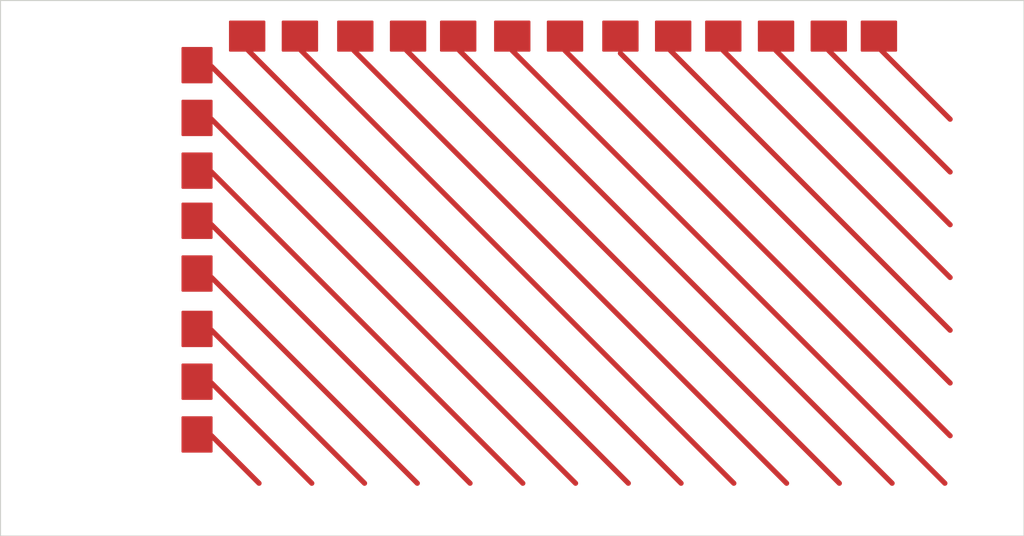
<source format=kicad_pcb>
(kicad_pcb (version 20171130) (host pcbnew "(5.1.6)-1")

  (general
    (thickness 1.6)
    (drawings 25)
    (tracks 21)
    (zones 0)
    (modules 0)
    (nets 1)
  )

  (page A4)
  (layers
    (0 F.Cu signal)
    (31 B.Cu signal)
    (32 B.Adhes user)
    (33 F.Adhes user)
    (34 B.Paste user)
    (35 F.Paste user)
    (36 B.SilkS user)
    (37 F.SilkS user)
    (38 B.Mask user)
    (39 F.Mask user)
    (40 Dwgs.User user)
    (41 Cmts.User user)
    (42 Eco1.User user)
    (43 Eco2.User user)
    (44 Edge.Cuts user)
    (45 Margin user)
    (46 B.CrtYd user)
    (47 F.CrtYd user)
    (48 B.Fab user)
    (49 F.Fab user)
  )

  (setup
    (last_trace_width 0.25)
    (trace_clearance 0.2)
    (zone_clearance 0.508)
    (zone_45_only no)
    (trace_min 0.2)
    (via_size 0.8)
    (via_drill 0.4)
    (via_min_size 0.4)
    (via_min_drill 0.3)
    (uvia_size 0.3)
    (uvia_drill 0.1)
    (uvias_allowed no)
    (uvia_min_size 0.2)
    (uvia_min_drill 0.1)
    (edge_width 0.05)
    (segment_width 0.2)
    (pcb_text_width 0.3)
    (pcb_text_size 1.5 1.5)
    (mod_edge_width 0.12)
    (mod_text_size 1 1)
    (mod_text_width 0.15)
    (pad_size 1.524 1.524)
    (pad_drill 0.762)
    (pad_to_mask_clearance 0.05)
    (aux_axis_origin 0 0)
    (visible_elements 7FFFFFFF)
    (pcbplotparams
      (layerselection 0x010fc_ffffffff)
      (usegerberextensions false)
      (usegerberattributes true)
      (usegerberadvancedattributes true)
      (creategerberjobfile true)
      (excludeedgelayer true)
      (linewidth 0.100000)
      (plotframeref false)
      (viasonmask false)
      (mode 1)
      (useauxorigin false)
      (hpglpennumber 1)
      (hpglpenspeed 20)
      (hpglpendiameter 15.000000)
      (psnegative false)
      (psa4output false)
      (plotreference true)
      (plotvalue true)
      (plotinvisibletext false)
      (padsonsilk false)
      (subtractmaskfromsilk false)
      (outputformat 1)
      (mirror false)
      (drillshape 0)
      (scaleselection 1)
      (outputdirectory "gerber/"))
  )

  (net 0 "")

  (net_class Default "This is the default net class."
    (clearance 0.2)
    (trace_width 0.25)
    (via_dia 0.8)
    (via_drill 0.4)
    (uvia_dia 0.3)
    (uvia_drill 0.1)
  )

  (gr_poly (pts (xy 114.3 73.914) (xy 114.3 75.565) (xy 112.903 75.565) (xy 112.903 73.914)) (layer F.Cu) (width 0.1) (tstamp 62815686))
  (gr_poly (pts (xy 114.3 89.154) (xy 114.3 90.805) (xy 112.903 90.805) (xy 112.903 89.154)) (layer F.Cu) (width 0.1) (tstamp 62815686))
  (gr_poly (pts (xy 147.2565 71.501) (xy 145.6055 71.501) (xy 145.6055 70.104) (xy 147.2565 70.104)) (layer F.Cu) (width 0.1) (tstamp 62815661))
  (gr_poly (pts (xy 142.3035 71.501) (xy 140.6525 71.501) (xy 140.6525 70.104) (xy 142.3035 70.104)) (layer F.Cu) (width 0.1) (tstamp 62815660))
  (gr_poly (pts (xy 144.8435 71.501) (xy 143.1925 71.501) (xy 143.1925 70.104) (xy 144.8435 70.104)) (layer F.Cu) (width 0.1) (tstamp 6281565F))
  (gr_poly (pts (xy 114.3 76.454) (xy 114.3 78.105) (xy 112.903 78.105) (xy 112.903 76.454)) (layer F.Cu) (width 0.1) (tstamp 62815639))
  (gr_poly (pts (xy 114.3 81.407) (xy 114.3 83.058) (xy 112.903 83.058) (xy 112.903 81.407)) (layer F.Cu) (width 0.1) (tstamp 62815638))
  (gr_poly (pts (xy 114.3 86.614) (xy 114.3 88.265) (xy 112.903 88.265) (xy 112.903 86.614)) (layer F.Cu) (width 0.1) (tstamp 62815637))
  (gr_poly (pts (xy 114.3 84.074) (xy 114.3 85.725) (xy 112.903 85.725) (xy 112.903 84.074)) (layer F.Cu) (width 0.1) (tstamp 62815636))
  (gr_poly (pts (xy 114.3 78.867) (xy 114.3 80.518) (xy 112.903 80.518) (xy 112.903 78.867)) (layer F.Cu) (width 0.1) (tstamp 62815635))
  (gr_poly (pts (xy 139.7635 71.501) (xy 138.1125 71.501) (xy 138.1125 70.104) (xy 139.7635 70.104)) (layer F.Cu) (width 0.1) (tstamp 62815639))
  (gr_poly (pts (xy 134.8105 71.501) (xy 133.1595 71.501) (xy 133.1595 70.104) (xy 134.8105 70.104)) (layer F.Cu) (width 0.1) (tstamp 62815638))
  (gr_poly (pts (xy 129.6035 71.501) (xy 127.9525 71.501) (xy 127.9525 70.104) (xy 129.6035 70.104)) (layer F.Cu) (width 0.1) (tstamp 62815637))
  (gr_poly (pts (xy 132.1435 71.501) (xy 130.4925 71.501) (xy 130.4925 70.104) (xy 132.1435 70.104)) (layer F.Cu) (width 0.1) (tstamp 62815636))
  (gr_poly (pts (xy 137.3505 71.501) (xy 135.6995 71.501) (xy 135.6995 70.104) (xy 137.3505 70.104)) (layer F.Cu) (width 0.1) (tstamp 62815635))
  (gr_poly (pts (xy 127 71.501) (xy 125.349 71.501) (xy 125.349 70.104) (xy 127 70.104)) (layer F.Cu) (width 0.1) (tstamp 628155DA))
  (gr_poly (pts (xy 124.587 71.501) (xy 122.936 71.501) (xy 122.936 70.104) (xy 124.587 70.104)) (layer F.Cu) (width 0.1) (tstamp 628155DA))
  (gr_poly (pts (xy 122.047 71.501) (xy 120.396 71.501) (xy 120.396 70.104) (xy 122.047 70.104)) (layer F.Cu) (width 0.1) (tstamp 628155DA))
  (gr_poly (pts (xy 119.38 71.501) (xy 117.729 71.501) (xy 117.729 70.104) (xy 119.38 70.104)) (layer F.Cu) (width 0.1) (tstamp 628155DA))
  (gr_poly (pts (xy 116.84 71.501) (xy 115.189 71.501) (xy 115.189 70.104) (xy 116.84 70.104)) (layer F.Cu) (width 0.1) (tstamp 628155DA))
  (gr_poly (pts (xy 114.3 71.374) (xy 114.3 73.025) (xy 112.903 73.025) (xy 112.903 71.374)) (layer F.Cu) (width 0.1))
  (gr_line (start 153.416 69.088) (end 104.14 69.088) (layer Edge.Cuts) (width 0.05) (tstamp 62811ECE))
  (gr_line (start 153.416 94.869) (end 153.416 69.088) (layer Edge.Cuts) (width 0.05))
  (gr_line (start 104.14 94.869) (end 153.416 94.869) (layer Edge.Cuts) (width 0.05))
  (gr_line (start 104.14 69.088) (end 104.14 94.869) (layer Edge.Cuts) (width 0.05))

  (segment (start 114.3 87.503) (end 119.126 92.329) (width 0.25) (layer F.Cu) (net 0) (tstamp 6281883F))
  (segment (start 116.586 92.329) (end 114.3 90.043) (width 0.25) (layer F.Cu) (net 0) (tstamp 62818840))
  (segment (start 136.398 71.501) (end 149.86 84.963) (width 0.25) (layer F.Cu) (net 0) (tstamp 62818841))
  (segment (start 128.778 71.501) (end 149.606 92.329) (width 0.25) (layer F.Cu) (net 0) (tstamp 62818842))
  (segment (start 121.666 92.329) (end 114.3 84.963) (width 0.25) (layer F.Cu) (net 0) (tstamp 62818843))
  (segment (start 149.86 82.423) (end 138.938 71.501) (width 0.25) (layer F.Cu) (net 0) (tstamp 62818844))
  (segment (start 131.318 71.501) (end 149.86 90.043) (width 0.25) (layer F.Cu) (net 0) (tstamp 62818845))
  (segment (start 131.826 92.329) (end 114.3 74.803) (width 0.25) (layer F.Cu) (net 0) (tstamp 62818846))
  (segment (start 146.558 71.501) (end 149.86 74.803) (width 0.25) (layer F.Cu) (net 0) (tstamp 62818847))
  (segment (start 141.986 92.329) (end 121.158 71.501) (width 0.25) (layer F.Cu) (net 0) (tstamp 62818848))
  (segment (start 123.698 71.501) (end 144.526 92.329) (width 0.25) (layer F.Cu) (net 0) (tstamp 62818849))
  (segment (start 116.078 71.501) (end 136.906 92.329) (width 0.25) (layer F.Cu) (net 0) (tstamp 6281884A))
  (segment (start 129.286 92.329) (end 114.3 77.343) (width 0.25) (layer F.Cu) (net 0) (tstamp 6281884B))
  (segment (start 149.86 79.883) (end 141.478 71.501) (width 0.25) (layer F.Cu) (net 0) (tstamp 6281884C))
  (segment (start 133.985 71.628) (end 149.86 87.503) (width 0.25) (layer F.Cu) (net 0) (tstamp 6281884D))
  (segment (start 124.206 92.329) (end 114.3 82.423) (width 0.25) (layer F.Cu) (net 0) (tstamp 6281884E))
  (segment (start 134.366 92.329) (end 114.3 72.263) (width 0.25) (layer F.Cu) (net 0) (tstamp 6281884F))
  (segment (start 118.618 71.501) (end 139.446 92.329) (width 0.25) (layer F.Cu) (net 0) (tstamp 62818850))
  (segment (start 147.066 92.329) (end 126.238 71.501) (width 0.25) (layer F.Cu) (net 0) (tstamp 62818851))
  (segment (start 126.746 92.329) (end 114.3 79.883) (width 0.25) (layer F.Cu) (net 0) (tstamp 62818852))
  (segment (start 149.86 77.343) (end 144.018 71.501) (width 0.25) (layer F.Cu) (net 0) (tstamp 62818853))

)

</source>
